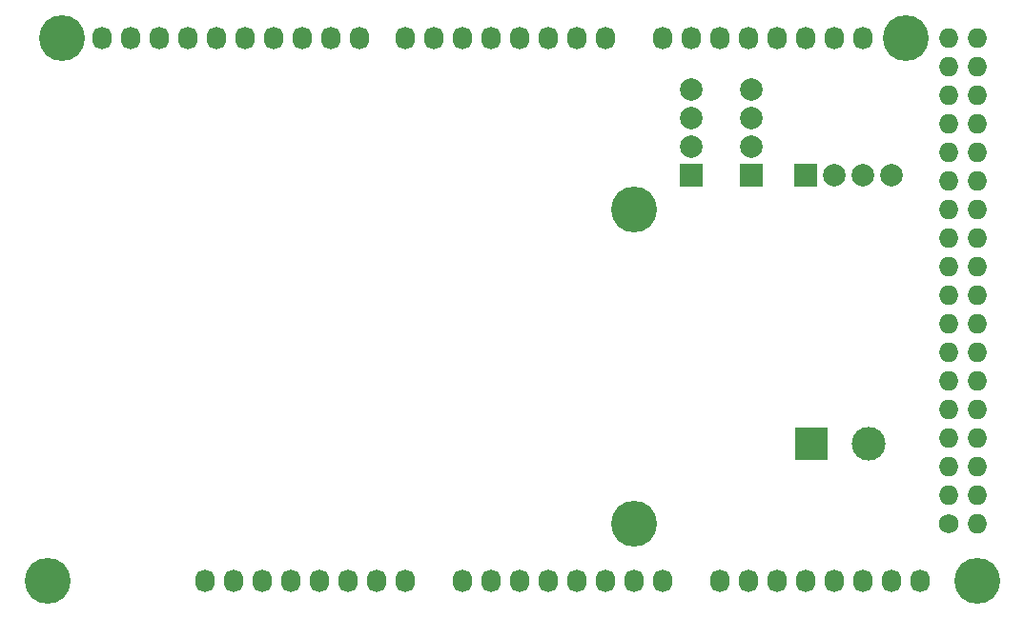
<source format=gts>
G04 #@! TF.FileFunction,Soldermask,Top*
%FSLAX46Y46*%
G04 Gerber Fmt 4.6, Leading zero omitted, Abs format (unit mm)*
G04 Created by KiCad (PCBNEW 4.0.7) date 03/26/18 14:03:10*
%MOMM*%
%LPD*%
G01*
G04 APERTURE LIST*
%ADD10C,0.100000*%
%ADD11C,1.727200*%
%ADD12O,1.727200X1.727200*%
%ADD13O,1.727200X2.032000*%
%ADD14C,4.064000*%
%ADD15R,2.000000X2.000000*%
%ADD16C,2.000000*%
%ADD17R,3.000000X3.000000*%
%ADD18C,3.000000*%
G04 APERTURE END LIST*
D10*
D11*
X197358000Y-114046000D03*
D12*
X199898000Y-114046000D03*
X197358000Y-111506000D03*
X199898000Y-111506000D03*
X197358000Y-108966000D03*
X199898000Y-108966000D03*
X197358000Y-106426000D03*
X199898000Y-106426000D03*
X197358000Y-103886000D03*
X199898000Y-103886000D03*
X197358000Y-101346000D03*
X199898000Y-101346000D03*
X197358000Y-98806000D03*
X199898000Y-98806000D03*
X197358000Y-96266000D03*
X199898000Y-96266000D03*
X197358000Y-93726000D03*
X199898000Y-93726000D03*
X197358000Y-91186000D03*
X199898000Y-91186000D03*
X197358000Y-88646000D03*
X199898000Y-88646000D03*
X197358000Y-86106000D03*
X199898000Y-86106000D03*
X197358000Y-83566000D03*
X199898000Y-83566000D03*
X197358000Y-81026000D03*
X199898000Y-81026000D03*
X197358000Y-78486000D03*
X199898000Y-78486000D03*
X197358000Y-75946000D03*
X199898000Y-75946000D03*
X197358000Y-73406000D03*
X199898000Y-73406000D03*
X197358000Y-70866000D03*
X199898000Y-70866000D03*
D13*
X131318000Y-119126000D03*
X133858000Y-119126000D03*
X136398000Y-119126000D03*
X138938000Y-119126000D03*
X141478000Y-119126000D03*
X144018000Y-119126000D03*
X146558000Y-119126000D03*
X149098000Y-119126000D03*
X154178000Y-119126000D03*
X156718000Y-119126000D03*
X159258000Y-119126000D03*
X161798000Y-119126000D03*
X164338000Y-119126000D03*
X166878000Y-119126000D03*
X169418000Y-119126000D03*
X171958000Y-119126000D03*
X177038000Y-119126000D03*
X179578000Y-119126000D03*
X182118000Y-119126000D03*
X184658000Y-119126000D03*
X187198000Y-119126000D03*
X189738000Y-119126000D03*
X192278000Y-119126000D03*
X194818000Y-119126000D03*
X122174000Y-70866000D03*
X124714000Y-70866000D03*
X127254000Y-70866000D03*
X129794000Y-70866000D03*
X132334000Y-70866000D03*
X134874000Y-70866000D03*
X137414000Y-70866000D03*
X139954000Y-70866000D03*
X142494000Y-70866000D03*
X145034000Y-70866000D03*
X149098000Y-70866000D03*
X151638000Y-70866000D03*
X154178000Y-70866000D03*
X156718000Y-70866000D03*
X159258000Y-70866000D03*
X161798000Y-70866000D03*
X164338000Y-70866000D03*
X166878000Y-70866000D03*
X171958000Y-70866000D03*
X174498000Y-70866000D03*
X177038000Y-70866000D03*
X179578000Y-70866000D03*
X182118000Y-70866000D03*
X184658000Y-70866000D03*
X187198000Y-70866000D03*
X189738000Y-70866000D03*
D14*
X117348000Y-119126000D03*
X169418000Y-114046000D03*
X199898000Y-119126000D03*
X118618000Y-70866000D03*
X169418000Y-86106000D03*
X193548000Y-70866000D03*
D15*
X174498000Y-83058000D03*
D16*
X174498000Y-80518000D03*
X174498000Y-77978000D03*
X174498000Y-75438000D03*
D15*
X179832000Y-83058000D03*
D16*
X179832000Y-80518000D03*
X179832000Y-77978000D03*
X179832000Y-75438000D03*
D17*
X185166000Y-106934000D03*
D18*
X190246000Y-106934000D03*
D15*
X184658000Y-83058000D03*
D16*
X187198000Y-83058000D03*
X189738000Y-83058000D03*
X192278000Y-83058000D03*
M02*

</source>
